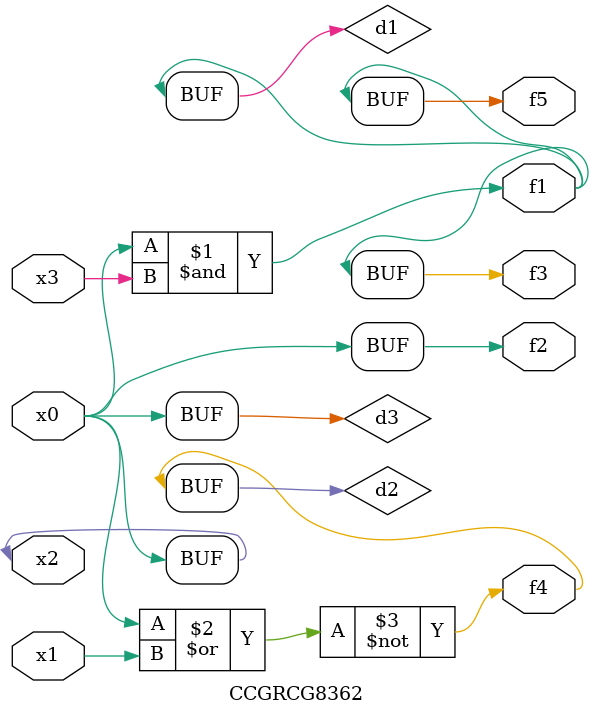
<source format=v>
module CCGRCG8362(
	input x0, x1, x2, x3,
	output f1, f2, f3, f4, f5
);

	wire d1, d2, d3;

	and (d1, x2, x3);
	nor (d2, x0, x1);
	buf (d3, x0, x2);
	assign f1 = d1;
	assign f2 = d3;
	assign f3 = d1;
	assign f4 = d2;
	assign f5 = d1;
endmodule

</source>
